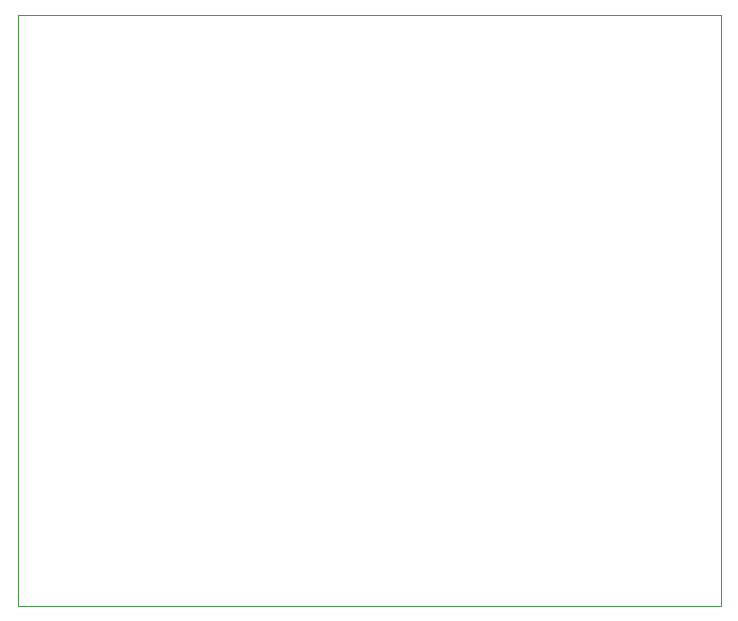
<source format=gbr>
%TF.GenerationSoftware,KiCad,Pcbnew,8.0.8*%
%TF.CreationDate,2025-02-08T21:18:50+02:00*%
%TF.ProjectId,antenn1,616e7465-6e6e-4312-9e6b-696361645f70,rev?*%
%TF.SameCoordinates,Original*%
%TF.FileFunction,Profile,NP*%
%FSLAX46Y46*%
G04 Gerber Fmt 4.6, Leading zero omitted, Abs format (unit mm)*
G04 Created by KiCad (PCBNEW 8.0.8) date 2025-02-08 21:18:50*
%MOMM*%
%LPD*%
G01*
G04 APERTURE LIST*
%TA.AperFunction,Profile*%
%ADD10C,0.050000*%
%TD*%
G04 APERTURE END LIST*
D10*
X87500000Y-53000000D02*
X147000000Y-53000000D01*
X147000000Y-103000000D01*
X87500000Y-103000000D01*
X87500000Y-53000000D01*
M02*

</source>
